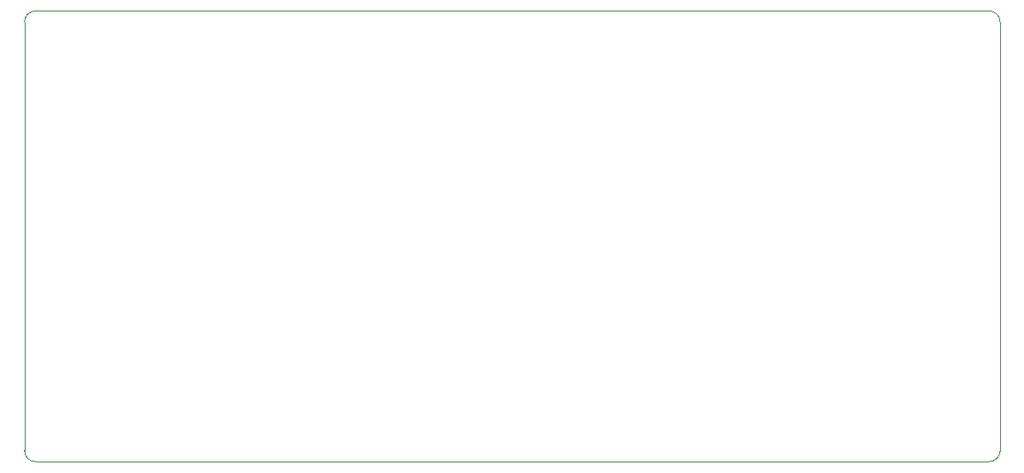
<source format=gbr>
G04 #@! TF.GenerationSoftware,KiCad,Pcbnew,(5.0.1)-3*
G04 #@! TF.CreationDate,2020-04-19T11:49:36-04:00*
G04 #@! TF.ProjectId,frontPanel_100mm,66726F6E7450616E656C5F3130306D6D,rev?*
G04 #@! TF.SameCoordinates,Original*
G04 #@! TF.FileFunction,Profile,NP*
%FSLAX46Y46*%
G04 Gerber Fmt 4.6, Leading zero omitted, Abs format (unit mm)*
G04 Created by KiCad (PCBNEW (5.0.1)-3) date 4/19/2020 11:49:36 AM*
%MOMM*%
%LPD*%
G01*
G04 APERTURE LIST*
%ADD10C,0.010000*%
G04 APERTURE END LIST*
D10*
X193500000Y-92180000D02*
G75*
G02X192430000Y-93250000I-1070000J0D01*
G01*
X101070000Y-93250000D02*
G75*
G02X100000000Y-92180000I0J1070000D01*
G01*
X100000000Y-51070000D02*
G75*
G02X101070000Y-50000000I1070000J0D01*
G01*
X192430000Y-50000000D02*
G75*
G02X193500000Y-51070000I0J-1070000D01*
G01*
X100000000Y-51070000D02*
X100000000Y-92180000D01*
X193500000Y-51050000D02*
X193500000Y-92180000D01*
X101070000Y-93250000D02*
X192430000Y-93250000D01*
X101040000Y-50000000D02*
X192450000Y-50000000D01*
M02*

</source>
